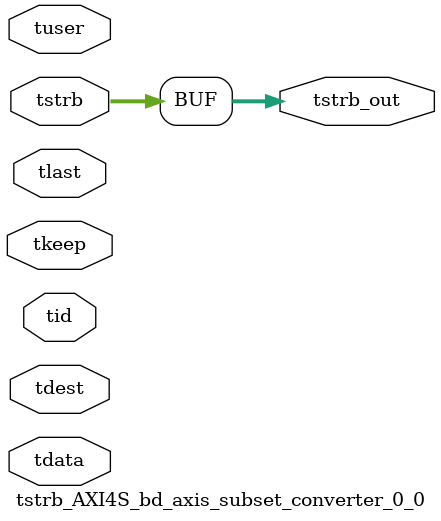
<source format=v>


`timescale 1ps/1ps

module tstrb_AXI4S_bd_axis_subset_converter_0_0 #
(
parameter C_S_AXIS_TDATA_WIDTH = 32,
parameter C_S_AXIS_TUSER_WIDTH = 0,
parameter C_S_AXIS_TID_WIDTH   = 0,
parameter C_S_AXIS_TDEST_WIDTH = 0,
parameter C_M_AXIS_TDATA_WIDTH = 32
)
(
input  [(C_S_AXIS_TDATA_WIDTH == 0 ? 1 : C_S_AXIS_TDATA_WIDTH)-1:0     ] tdata,
input  [(C_S_AXIS_TUSER_WIDTH == 0 ? 1 : C_S_AXIS_TUSER_WIDTH)-1:0     ] tuser,
input  [(C_S_AXIS_TID_WIDTH   == 0 ? 1 : C_S_AXIS_TID_WIDTH)-1:0       ] tid,
input  [(C_S_AXIS_TDEST_WIDTH == 0 ? 1 : C_S_AXIS_TDEST_WIDTH)-1:0     ] tdest,
input  [(C_S_AXIS_TDATA_WIDTH/8)-1:0 ] tkeep,
input  [(C_S_AXIS_TDATA_WIDTH/8)-1:0 ] tstrb,
input                                                                    tlast,
output [(C_M_AXIS_TDATA_WIDTH/8)-1:0 ] tstrb_out
);

assign tstrb_out = {tstrb[3:0]};

endmodule


</source>
